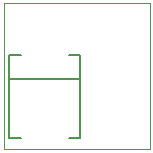
<source format=gto>
G75*
%MOIN*%
%OFA0B0*%
%FSLAX24Y24*%
%IPPOS*%
%LPD*%
%AMOC8*
5,1,8,0,0,1.08239X$1,22.5*
%
%ADD10C,0.0000*%
%ADD11C,0.0080*%
D10*
X000475Y000600D02*
X000475Y005470D01*
X005342Y005470D01*
X005342Y000600D01*
X000475Y000600D01*
D11*
X000669Y000972D02*
X001063Y000972D01*
X000669Y000972D02*
X000669Y002941D01*
X003031Y002941D01*
X003031Y003728D01*
X002637Y003728D01*
X003031Y002941D02*
X003031Y000972D01*
X002637Y000972D01*
X000669Y002941D02*
X000669Y003728D01*
X001063Y003728D01*
M02*

</source>
